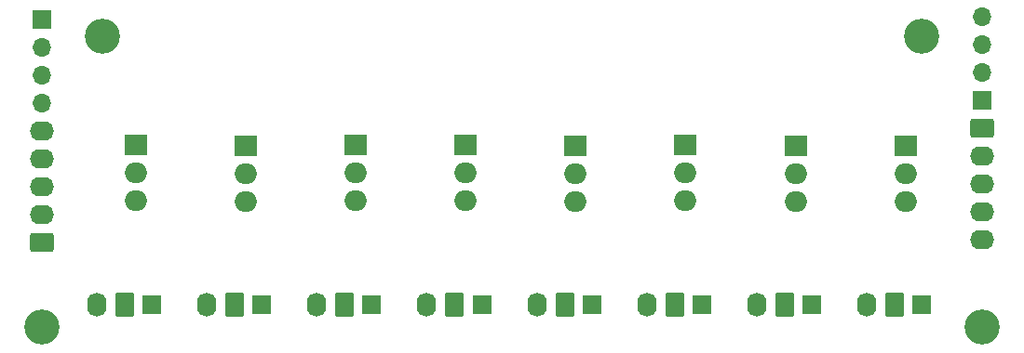
<source format=gbs>
G04 #@! TF.GenerationSoftware,KiCad,Pcbnew,7.0.1*
G04 #@! TF.CreationDate,2023-08-26T14:00:20-05:00*
G04 #@! TF.ProjectId,Shift Register Mosfet Array V2,53686966-7420-4526-9567-697374657220,rev?*
G04 #@! TF.SameCoordinates,Original*
G04 #@! TF.FileFunction,Soldermask,Bot*
G04 #@! TF.FilePolarity,Negative*
%FSLAX46Y46*%
G04 Gerber Fmt 4.6, Leading zero omitted, Abs format (unit mm)*
G04 Created by KiCad (PCBNEW 7.0.1) date 2023-08-26 14:00:20*
%MOMM*%
%LPD*%
G01*
G04 APERTURE LIST*
G04 Aperture macros list*
%AMRoundRect*
0 Rectangle with rounded corners*
0 $1 Rounding radius*
0 $2 $3 $4 $5 $6 $7 $8 $9 X,Y pos of 4 corners*
0 Add a 4 corners polygon primitive as box body*
4,1,4,$2,$3,$4,$5,$6,$7,$8,$9,$2,$3,0*
0 Add four circle primitives for the rounded corners*
1,1,$1+$1,$2,$3*
1,1,$1+$1,$4,$5*
1,1,$1+$1,$6,$7*
1,1,$1+$1,$8,$9*
0 Add four rect primitives between the rounded corners*
20,1,$1+$1,$2,$3,$4,$5,0*
20,1,$1+$1,$4,$5,$6,$7,0*
20,1,$1+$1,$6,$7,$8,$9,0*
20,1,$1+$1,$8,$9,$2,$3,0*%
G04 Aperture macros list end*
%ADD10O,1.700000X1.700000*%
%ADD11R,1.700000X1.700000*%
%ADD12RoundRect,0.250000X-0.845000X0.620000X-0.845000X-0.620000X0.845000X-0.620000X0.845000X0.620000X0*%
%ADD13O,2.190000X1.740000*%
%ADD14RoundRect,0.250000X0.620000X0.845000X-0.620000X0.845000X-0.620000X-0.845000X0.620000X-0.845000X0*%
%ADD15O,1.740000X2.190000*%
%ADD16R,2.000000X1.905000*%
%ADD17O,2.000000X1.905000*%
%ADD18C,3.200000*%
%ADD19RoundRect,0.250000X0.845000X-0.620000X0.845000X0.620000X-0.845000X0.620000X-0.845000X-0.620000X0*%
G04 APERTURE END LIST*
D10*
X154000000Y-88760000D03*
X154000000Y-91300000D03*
X154000000Y-93840000D03*
D11*
X154000000Y-96380000D03*
D12*
X154000000Y-98920000D03*
D13*
X154000000Y-101460000D03*
X154000000Y-104000000D03*
X154000000Y-106540000D03*
X154000000Y-109080000D03*
D14*
X146040000Y-115000000D03*
D15*
X143500000Y-115000000D03*
D16*
X107055000Y-100420000D03*
D17*
X107055000Y-102960000D03*
X107055000Y-105500000D03*
D16*
X117000000Y-100460000D03*
D17*
X117000000Y-103000000D03*
X117000000Y-105540000D03*
D11*
X128500000Y-115000000D03*
D16*
X87055000Y-100460000D03*
D17*
X87055000Y-103000000D03*
X87055000Y-105540000D03*
D16*
X127000000Y-100420000D03*
D17*
X127000000Y-102960000D03*
X127000000Y-105500000D03*
D14*
X136040000Y-115000000D03*
D15*
X133500000Y-115000000D03*
D11*
X148500000Y-115000000D03*
D18*
X68500000Y-117000000D03*
D11*
X88500000Y-115000000D03*
D19*
X68520000Y-109310000D03*
D13*
X68520000Y-106770000D03*
X68520000Y-104230000D03*
X68520000Y-101690000D03*
X68520000Y-99150000D03*
D14*
X116040000Y-115000000D03*
D15*
X113500000Y-115000000D03*
D11*
X78500000Y-115000000D03*
D14*
X76040000Y-115000000D03*
D15*
X73500000Y-115000000D03*
D16*
X147055000Y-100460000D03*
D17*
X147055000Y-103000000D03*
X147055000Y-105540000D03*
D11*
X108500000Y-115000000D03*
D14*
X126040000Y-115000000D03*
D15*
X123500000Y-115000000D03*
D11*
X118500000Y-115000000D03*
D18*
X154000000Y-117000000D03*
D16*
X137055000Y-100460000D03*
D17*
X137055000Y-103000000D03*
X137055000Y-105540000D03*
D14*
X106040000Y-115000000D03*
D15*
X103500000Y-115000000D03*
D16*
X97055000Y-100420000D03*
D17*
X97055000Y-102960000D03*
X97055000Y-105500000D03*
D14*
X86040000Y-115000000D03*
D15*
X83500000Y-115000000D03*
D18*
X74000000Y-90500000D03*
D11*
X138500000Y-115000000D03*
D16*
X77055000Y-100420000D03*
D17*
X77055000Y-102960000D03*
X77055000Y-105500000D03*
D18*
X148500000Y-90500000D03*
D14*
X96040000Y-115000000D03*
D15*
X93500000Y-115000000D03*
D11*
X98500000Y-115000000D03*
X68520000Y-88990000D03*
D10*
X68520000Y-91530000D03*
X68520000Y-94070000D03*
X68520000Y-96610000D03*
M02*

</source>
